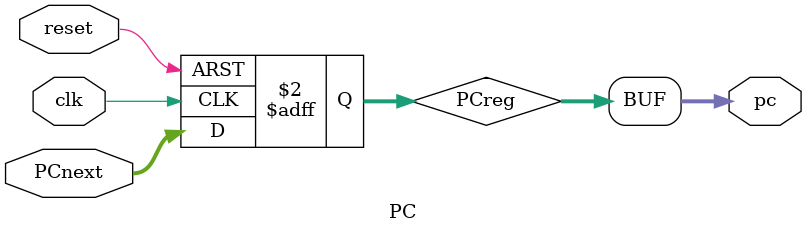
<source format=sv>
`timescale 1ns / 1ps


module PC(
        input logic [31:0] PCnext, 
        input logic reset , clk,
        output logic [31:0] pc
    );
        logic [31:0] PCreg;

        assign pc = PCreg;
        
        always_ff@(posedge clk, posedge reset)
            if(reset)
                begin
                PCreg <= 0;                
                end
            else
                PCreg <= PCnext;
endmodule

</source>
